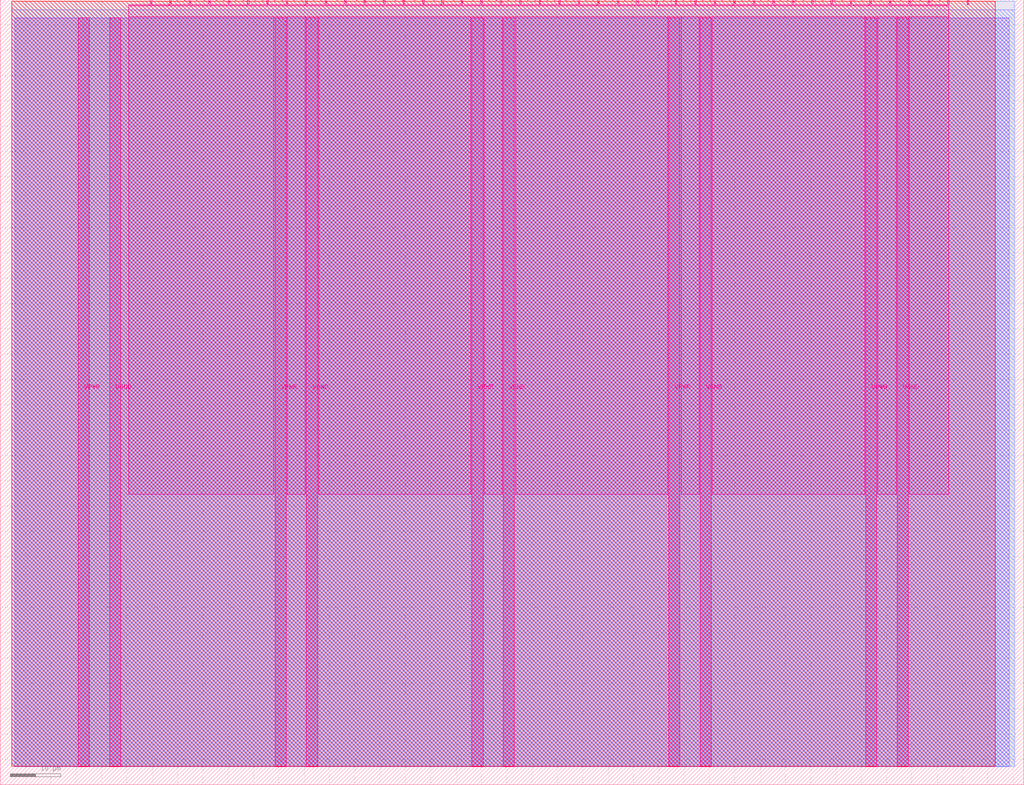
<source format=lef>
VERSION 5.7 ;
  NOWIREEXTENSIONATPIN ON ;
  DIVIDERCHAR "/" ;
  BUSBITCHARS "[]" ;
MACRO tt_um_asheldon44_dsm_decimation_filter
  CLASS BLOCK ;
  FOREIGN tt_um_asheldon44_dsm_decimation_filter ;
  ORIGIN 0.000 0.000 ;
  SIZE 202.080 BY 154.980 ;
  PIN VGND
    DIRECTION INOUT ;
    USE GROUND ;
    PORT
      LAYER Metal5 ;
        RECT 21.580 3.560 23.780 151.420 ;
    END
    PORT
      LAYER Metal5 ;
        RECT 60.450 3.560 62.650 151.420 ;
    END
    PORT
      LAYER Metal5 ;
        RECT 99.320 3.560 101.520 151.420 ;
    END
    PORT
      LAYER Metal5 ;
        RECT 138.190 3.560 140.390 151.420 ;
    END
    PORT
      LAYER Metal5 ;
        RECT 177.060 3.560 179.260 151.420 ;
    END
  END VGND
  PIN VPWR
    DIRECTION INOUT ;
    USE POWER ;
    PORT
      LAYER Metal5 ;
        RECT 15.380 3.560 17.580 151.420 ;
    END
    PORT
      LAYER Metal5 ;
        RECT 54.250 3.560 56.450 151.420 ;
    END
    PORT
      LAYER Metal5 ;
        RECT 93.120 3.560 95.320 151.420 ;
    END
    PORT
      LAYER Metal5 ;
        RECT 131.990 3.560 134.190 151.420 ;
    END
    PORT
      LAYER Metal5 ;
        RECT 170.860 3.560 173.060 151.420 ;
    END
  END VPWR
  PIN clk
    DIRECTION INPUT ;
    USE SIGNAL ;
    ANTENNAGATEAREA 0.213200 ;
    PORT
      LAYER Metal5 ;
        RECT 187.050 153.980 187.350 154.980 ;
    END
  END clk
  PIN ena
    DIRECTION INPUT ;
    USE SIGNAL ;
    PORT
      LAYER Metal5 ;
        RECT 190.890 153.980 191.190 154.980 ;
    END
  END ena
  PIN rst_n
    DIRECTION INPUT ;
    USE SIGNAL ;
    ANTENNAGATEAREA 0.426400 ;
    PORT
      LAYER Metal5 ;
        RECT 183.210 153.980 183.510 154.980 ;
    END
  END rst_n
  PIN ui_in[0]
    DIRECTION INPUT ;
    USE SIGNAL ;
    ANTENNAGATEAREA 0.180700 ;
    PORT
      LAYER Metal5 ;
        RECT 179.370 153.980 179.670 154.980 ;
    END
  END ui_in[0]
  PIN ui_in[1]
    DIRECTION INPUT ;
    USE SIGNAL ;
    PORT
      LAYER Metal5 ;
        RECT 175.530 153.980 175.830 154.980 ;
    END
  END ui_in[1]
  PIN ui_in[2]
    DIRECTION INPUT ;
    USE SIGNAL ;
    PORT
      LAYER Metal5 ;
        RECT 171.690 153.980 171.990 154.980 ;
    END
  END ui_in[2]
  PIN ui_in[3]
    DIRECTION INPUT ;
    USE SIGNAL ;
    PORT
      LAYER Metal5 ;
        RECT 167.850 153.980 168.150 154.980 ;
    END
  END ui_in[3]
  PIN ui_in[4]
    DIRECTION INPUT ;
    USE SIGNAL ;
    PORT
      LAYER Metal5 ;
        RECT 164.010 153.980 164.310 154.980 ;
    END
  END ui_in[4]
  PIN ui_in[5]
    DIRECTION INPUT ;
    USE SIGNAL ;
    PORT
      LAYER Metal5 ;
        RECT 160.170 153.980 160.470 154.980 ;
    END
  END ui_in[5]
  PIN ui_in[6]
    DIRECTION INPUT ;
    USE SIGNAL ;
    PORT
      LAYER Metal5 ;
        RECT 156.330 153.980 156.630 154.980 ;
    END
  END ui_in[6]
  PIN ui_in[7]
    DIRECTION INPUT ;
    USE SIGNAL ;
    PORT
      LAYER Metal5 ;
        RECT 152.490 153.980 152.790 154.980 ;
    END
  END ui_in[7]
  PIN uio_in[0]
    DIRECTION INPUT ;
    USE SIGNAL ;
    PORT
      LAYER Metal5 ;
        RECT 148.650 153.980 148.950 154.980 ;
    END
  END uio_in[0]
  PIN uio_in[1]
    DIRECTION INPUT ;
    USE SIGNAL ;
    PORT
      LAYER Metal5 ;
        RECT 144.810 153.980 145.110 154.980 ;
    END
  END uio_in[1]
  PIN uio_in[2]
    DIRECTION INPUT ;
    USE SIGNAL ;
    PORT
      LAYER Metal5 ;
        RECT 140.970 153.980 141.270 154.980 ;
    END
  END uio_in[2]
  PIN uio_in[3]
    DIRECTION INPUT ;
    USE SIGNAL ;
    PORT
      LAYER Metal5 ;
        RECT 137.130 153.980 137.430 154.980 ;
    END
  END uio_in[3]
  PIN uio_in[4]
    DIRECTION INPUT ;
    USE SIGNAL ;
    PORT
      LAYER Metal5 ;
        RECT 133.290 153.980 133.590 154.980 ;
    END
  END uio_in[4]
  PIN uio_in[5]
    DIRECTION INPUT ;
    USE SIGNAL ;
    PORT
      LAYER Metal5 ;
        RECT 129.450 153.980 129.750 154.980 ;
    END
  END uio_in[5]
  PIN uio_in[6]
    DIRECTION INPUT ;
    USE SIGNAL ;
    PORT
      LAYER Metal5 ;
        RECT 125.610 153.980 125.910 154.980 ;
    END
  END uio_in[6]
  PIN uio_in[7]
    DIRECTION INPUT ;
    USE SIGNAL ;
    PORT
      LAYER Metal5 ;
        RECT 121.770 153.980 122.070 154.980 ;
    END
  END uio_in[7]
  PIN uio_oe[0]
    DIRECTION OUTPUT ;
    USE SIGNAL ;
    ANTENNADIFFAREA 0.392700 ;
    PORT
      LAYER Metal5 ;
        RECT 56.490 153.980 56.790 154.980 ;
    END
  END uio_oe[0]
  PIN uio_oe[1]
    DIRECTION OUTPUT ;
    USE SIGNAL ;
    ANTENNADIFFAREA 0.299200 ;
    PORT
      LAYER Metal5 ;
        RECT 52.650 153.980 52.950 154.980 ;
    END
  END uio_oe[1]
  PIN uio_oe[2]
    DIRECTION OUTPUT ;
    USE SIGNAL ;
    ANTENNADIFFAREA 0.392700 ;
    PORT
      LAYER Metal5 ;
        RECT 48.810 153.980 49.110 154.980 ;
    END
  END uio_oe[2]
  PIN uio_oe[3]
    DIRECTION OUTPUT ;
    USE SIGNAL ;
    ANTENNADIFFAREA 0.299200 ;
    PORT
      LAYER Metal5 ;
        RECT 44.970 153.980 45.270 154.980 ;
    END
  END uio_oe[3]
  PIN uio_oe[4]
    DIRECTION OUTPUT ;
    USE SIGNAL ;
    ANTENNADIFFAREA 0.299200 ;
    PORT
      LAYER Metal5 ;
        RECT 41.130 153.980 41.430 154.980 ;
    END
  END uio_oe[4]
  PIN uio_oe[5]
    DIRECTION OUTPUT ;
    USE SIGNAL ;
    ANTENNADIFFAREA 0.299200 ;
    PORT
      LAYER Metal5 ;
        RECT 37.290 153.980 37.590 154.980 ;
    END
  END uio_oe[5]
  PIN uio_oe[6]
    DIRECTION OUTPUT ;
    USE SIGNAL ;
    ANTENNADIFFAREA 0.299200 ;
    PORT
      LAYER Metal5 ;
        RECT 33.450 153.980 33.750 154.980 ;
    END
  END uio_oe[6]
  PIN uio_oe[7]
    DIRECTION OUTPUT ;
    USE SIGNAL ;
    ANTENNADIFFAREA 0.299200 ;
    PORT
      LAYER Metal5 ;
        RECT 29.610 153.980 29.910 154.980 ;
    END
  END uio_oe[7]
  PIN uio_out[0]
    DIRECTION OUTPUT ;
    USE SIGNAL ;
    ANTENNADIFFAREA 0.654800 ;
    PORT
      LAYER Metal5 ;
        RECT 87.210 153.980 87.510 154.980 ;
    END
  END uio_out[0]
  PIN uio_out[1]
    DIRECTION OUTPUT ;
    USE SIGNAL ;
    ANTENNADIFFAREA 0.299200 ;
    PORT
      LAYER Metal5 ;
        RECT 83.370 153.980 83.670 154.980 ;
    END
  END uio_out[1]
  PIN uio_out[2]
    DIRECTION OUTPUT ;
    USE SIGNAL ;
    ANTENNADIFFAREA 0.654800 ;
    PORT
      LAYER Metal5 ;
        RECT 79.530 153.980 79.830 154.980 ;
    END
  END uio_out[2]
  PIN uio_out[3]
    DIRECTION OUTPUT ;
    USE SIGNAL ;
    ANTENNADIFFAREA 0.299200 ;
    PORT
      LAYER Metal5 ;
        RECT 75.690 153.980 75.990 154.980 ;
    END
  END uio_out[3]
  PIN uio_out[4]
    DIRECTION OUTPUT ;
    USE SIGNAL ;
    ANTENNADIFFAREA 0.299200 ;
    PORT
      LAYER Metal5 ;
        RECT 71.850 153.980 72.150 154.980 ;
    END
  END uio_out[4]
  PIN uio_out[5]
    DIRECTION OUTPUT ;
    USE SIGNAL ;
    ANTENNADIFFAREA 0.299200 ;
    PORT
      LAYER Metal5 ;
        RECT 68.010 153.980 68.310 154.980 ;
    END
  END uio_out[5]
  PIN uio_out[6]
    DIRECTION OUTPUT ;
    USE SIGNAL ;
    ANTENNADIFFAREA 0.299200 ;
    PORT
      LAYER Metal5 ;
        RECT 64.170 153.980 64.470 154.980 ;
    END
  END uio_out[6]
  PIN uio_out[7]
    DIRECTION OUTPUT ;
    USE SIGNAL ;
    ANTENNADIFFAREA 0.299200 ;
    PORT
      LAYER Metal5 ;
        RECT 60.330 153.980 60.630 154.980 ;
    END
  END uio_out[7]
  PIN uo_out[0]
    DIRECTION OUTPUT ;
    USE SIGNAL ;
    ANTENNADIFFAREA 0.662000 ;
    PORT
      LAYER Metal5 ;
        RECT 117.930 153.980 118.230 154.980 ;
    END
  END uo_out[0]
  PIN uo_out[1]
    DIRECTION OUTPUT ;
    USE SIGNAL ;
    ANTENNADIFFAREA 0.662000 ;
    PORT
      LAYER Metal5 ;
        RECT 114.090 153.980 114.390 154.980 ;
    END
  END uo_out[1]
  PIN uo_out[2]
    DIRECTION OUTPUT ;
    USE SIGNAL ;
    ANTENNADIFFAREA 0.662000 ;
    PORT
      LAYER Metal5 ;
        RECT 110.250 153.980 110.550 154.980 ;
    END
  END uo_out[2]
  PIN uo_out[3]
    DIRECTION OUTPUT ;
    USE SIGNAL ;
    ANTENNADIFFAREA 0.988000 ;
    PORT
      LAYER Metal5 ;
        RECT 106.410 153.980 106.710 154.980 ;
    END
  END uo_out[3]
  PIN uo_out[4]
    DIRECTION OUTPUT ;
    USE SIGNAL ;
    ANTENNADIFFAREA 0.662000 ;
    PORT
      LAYER Metal5 ;
        RECT 102.570 153.980 102.870 154.980 ;
    END
  END uo_out[4]
  PIN uo_out[5]
    DIRECTION OUTPUT ;
    USE SIGNAL ;
    ANTENNADIFFAREA 0.988000 ;
    PORT
      LAYER Metal5 ;
        RECT 98.730 153.980 99.030 154.980 ;
    END
  END uo_out[5]
  PIN uo_out[6]
    DIRECTION OUTPUT ;
    USE SIGNAL ;
    ANTENNADIFFAREA 0.662000 ;
    PORT
      LAYER Metal5 ;
        RECT 94.890 153.980 95.190 154.980 ;
    END
  END uo_out[6]
  PIN uo_out[7]
    DIRECTION OUTPUT ;
    USE SIGNAL ;
    ANTENNADIFFAREA 0.988000 ;
    PORT
      LAYER Metal5 ;
        RECT 91.050 153.980 91.350 154.980 ;
    END
  END uo_out[7]
  OBS
      LAYER GatPoly ;
        RECT 2.880 3.630 199.200 151.350 ;
      LAYER Metal1 ;
        RECT 2.880 3.560 199.200 151.420 ;
      LAYER Metal2 ;
        RECT 2.255 3.680 200.305 152.980 ;
      LAYER Metal3 ;
        RECT 2.300 3.635 200.260 154.705 ;
      LAYER Metal4 ;
        RECT 2.255 3.680 196.465 154.660 ;
      LAYER Metal5 ;
        RECT 25.340 153.770 29.400 153.980 ;
        RECT 30.120 153.770 33.240 153.980 ;
        RECT 33.960 153.770 37.080 153.980 ;
        RECT 37.800 153.770 40.920 153.980 ;
        RECT 41.640 153.770 44.760 153.980 ;
        RECT 45.480 153.770 48.600 153.980 ;
        RECT 49.320 153.770 52.440 153.980 ;
        RECT 53.160 153.770 56.280 153.980 ;
        RECT 57.000 153.770 60.120 153.980 ;
        RECT 60.840 153.770 63.960 153.980 ;
        RECT 64.680 153.770 67.800 153.980 ;
        RECT 68.520 153.770 71.640 153.980 ;
        RECT 72.360 153.770 75.480 153.980 ;
        RECT 76.200 153.770 79.320 153.980 ;
        RECT 80.040 153.770 83.160 153.980 ;
        RECT 83.880 153.770 87.000 153.980 ;
        RECT 87.720 153.770 90.840 153.980 ;
        RECT 91.560 153.770 94.680 153.980 ;
        RECT 95.400 153.770 98.520 153.980 ;
        RECT 99.240 153.770 102.360 153.980 ;
        RECT 103.080 153.770 106.200 153.980 ;
        RECT 106.920 153.770 110.040 153.980 ;
        RECT 110.760 153.770 113.880 153.980 ;
        RECT 114.600 153.770 117.720 153.980 ;
        RECT 118.440 153.770 121.560 153.980 ;
        RECT 122.280 153.770 125.400 153.980 ;
        RECT 126.120 153.770 129.240 153.980 ;
        RECT 129.960 153.770 133.080 153.980 ;
        RECT 133.800 153.770 136.920 153.980 ;
        RECT 137.640 153.770 140.760 153.980 ;
        RECT 141.480 153.770 144.600 153.980 ;
        RECT 145.320 153.770 148.440 153.980 ;
        RECT 149.160 153.770 152.280 153.980 ;
        RECT 153.000 153.770 156.120 153.980 ;
        RECT 156.840 153.770 159.960 153.980 ;
        RECT 160.680 153.770 163.800 153.980 ;
        RECT 164.520 153.770 167.640 153.980 ;
        RECT 168.360 153.770 171.480 153.980 ;
        RECT 172.200 153.770 175.320 153.980 ;
        RECT 176.040 153.770 179.160 153.980 ;
        RECT 179.880 153.770 183.000 153.980 ;
        RECT 183.720 153.770 186.840 153.980 ;
        RECT 25.340 151.630 187.300 153.770 ;
        RECT 25.340 57.395 54.040 151.630 ;
        RECT 56.660 57.395 60.240 151.630 ;
        RECT 62.860 57.395 92.910 151.630 ;
        RECT 95.530 57.395 99.110 151.630 ;
        RECT 101.730 57.395 131.780 151.630 ;
        RECT 134.400 57.395 137.980 151.630 ;
        RECT 140.600 57.395 170.650 151.630 ;
        RECT 173.270 57.395 176.850 151.630 ;
        RECT 179.470 57.395 187.300 151.630 ;
  END
END tt_um_asheldon44_dsm_decimation_filter
END LIBRARY


</source>
